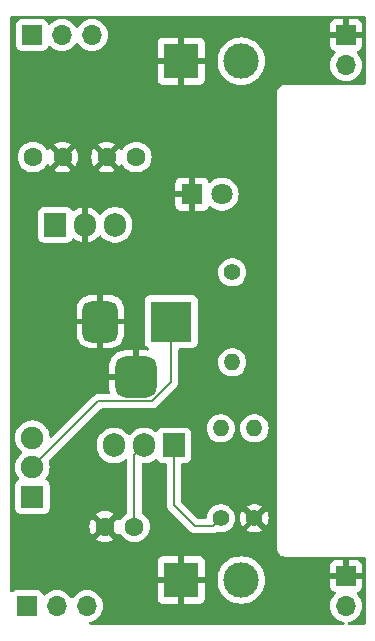
<source format=gbr>
%TF.GenerationSoftware,KiCad,Pcbnew,8.0.1-8.0.1-1~ubuntu22.04.1*%
%TF.CreationDate,2024-03-25T00:01:56-03:00*%
%TF.ProjectId,breadboard_power_supply,62726561-6462-46f6-9172-645f706f7765,rev?*%
%TF.SameCoordinates,Original*%
%TF.FileFunction,Copper,L2,Bot*%
%TF.FilePolarity,Positive*%
%FSLAX46Y46*%
G04 Gerber Fmt 4.6, Leading zero omitted, Abs format (unit mm)*
G04 Created by KiCad (PCBNEW 8.0.1-8.0.1-1~ubuntu22.04.1) date 2024-03-25 00:01:56*
%MOMM*%
%LPD*%
G01*
G04 APERTURE LIST*
G04 Aperture macros list*
%AMRoundRect*
0 Rectangle with rounded corners*
0 $1 Rounding radius*
0 $2 $3 $4 $5 $6 $7 $8 $9 X,Y pos of 4 corners*
0 Add a 4 corners polygon primitive as box body*
4,1,4,$2,$3,$4,$5,$6,$7,$8,$9,$2,$3,0*
0 Add four circle primitives for the rounded corners*
1,1,$1+$1,$2,$3*
1,1,$1+$1,$4,$5*
1,1,$1+$1,$6,$7*
1,1,$1+$1,$8,$9*
0 Add four rect primitives between the rounded corners*
20,1,$1+$1,$2,$3,$4,$5,0*
20,1,$1+$1,$4,$5,$6,$7,0*
20,1,$1+$1,$6,$7,$8,$9,0*
20,1,$1+$1,$8,$9,$2,$3,0*%
G04 Aperture macros list end*
%TA.AperFunction,ComponentPad*%
%ADD10R,1.905000X2.000000*%
%TD*%
%TA.AperFunction,ComponentPad*%
%ADD11O,1.905000X2.000000*%
%TD*%
%TA.AperFunction,ComponentPad*%
%ADD12R,1.900000X1.900000*%
%TD*%
%TA.AperFunction,ComponentPad*%
%ADD13C,1.900000*%
%TD*%
%TA.AperFunction,ComponentPad*%
%ADD14R,3.000000X3.000000*%
%TD*%
%TA.AperFunction,ComponentPad*%
%ADD15C,3.000000*%
%TD*%
%TA.AperFunction,ComponentPad*%
%ADD16C,1.600000*%
%TD*%
%TA.AperFunction,ComponentPad*%
%ADD17R,1.700000X1.700000*%
%TD*%
%TA.AperFunction,ComponentPad*%
%ADD18O,1.700000X1.700000*%
%TD*%
%TA.AperFunction,ComponentPad*%
%ADD19R,3.500000X3.500000*%
%TD*%
%TA.AperFunction,ComponentPad*%
%ADD20RoundRect,0.750000X-0.750000X-1.000000X0.750000X-1.000000X0.750000X1.000000X-0.750000X1.000000X0*%
%TD*%
%TA.AperFunction,ComponentPad*%
%ADD21RoundRect,0.875000X-0.875000X-0.875000X0.875000X-0.875000X0.875000X0.875000X-0.875000X0.875000X0*%
%TD*%
%TA.AperFunction,ComponentPad*%
%ADD22C,1.400000*%
%TD*%
%TA.AperFunction,ComponentPad*%
%ADD23O,1.400000X1.400000*%
%TD*%
%TA.AperFunction,ComponentPad*%
%ADD24R,1.800000X1.800000*%
%TD*%
%TA.AperFunction,ComponentPad*%
%ADD25C,1.800000*%
%TD*%
%TA.AperFunction,Conductor*%
%ADD26C,0.200000*%
%TD*%
G04 APERTURE END LIST*
D10*
%TO.P,U3,1,VI*%
%TO.N,/12v*%
X104648000Y-98348800D03*
D11*
%TO.P,U3,2,GND*%
%TO.N,GND*%
X107188000Y-98348800D03*
%TO.P,U3,3,VO*%
%TO.N,/5v*%
X109728000Y-98348800D03*
%TD*%
D12*
%TO.P,S1,1*%
%TO.N,/12v*%
X102717600Y-121361200D03*
D13*
%TO.P,S1,2*%
%TO.N,/PWR_IN*%
X102717600Y-118861200D03*
%TO.P,S1,3*%
%TO.N,unconnected-(S1-Pad3)*%
X102717600Y-116361200D03*
%TD*%
D14*
%TO.P,J5,1,Pin_1*%
%TO.N,GND*%
X115316000Y-128416800D03*
D15*
%TO.P,J5,2,Pin_2*%
%TO.N,/PWR_OUT_BOT*%
X120396000Y-128416800D03*
%TD*%
D16*
%TO.P,C3,1*%
%TO.N,/3v3*%
X111353600Y-123901200D03*
%TO.P,C3,2*%
%TO.N,GND*%
X108853600Y-123901200D03*
%TD*%
D17*
%TO.P,J4,1,Pin_1*%
%TO.N,/3v3*%
X102681800Y-82291000D03*
D18*
%TO.P,J4,2,Pin_2*%
%TO.N,/PWR_OUT_TOP*%
X105221800Y-82291000D03*
%TO.P,J4,3,Pin_3*%
%TO.N,/5v*%
X107761800Y-82291000D03*
%TD*%
D14*
%TO.P,J7,1,Pin_1*%
%TO.N,GND*%
X115316000Y-84491000D03*
D15*
%TO.P,J7,2,Pin_2*%
%TO.N,/PWR_OUT_TOP*%
X120396000Y-84491000D03*
%TD*%
D17*
%TO.P,J1,1,Pin_1*%
%TO.N,GND*%
X129286000Y-128066800D03*
D18*
%TO.P,J1,2,Pin_2*%
%TO.N,/PWR_OUT_BOT*%
X129286000Y-130606800D03*
%TD*%
D10*
%TO.P,U2,1,ADJ*%
%TO.N,Net-(U2-ADJ)*%
X114706400Y-117012600D03*
D11*
%TO.P,U2,2,VO*%
%TO.N,/3v3*%
X112166400Y-117012600D03*
%TO.P,U2,3,VI*%
%TO.N,/12v*%
X109626400Y-117012600D03*
%TD*%
D16*
%TO.P,C2,1*%
%TO.N,/5v*%
X111506000Y-92608400D03*
%TO.P,C2,2*%
%TO.N,GND*%
X109006000Y-92608400D03*
%TD*%
D17*
%TO.P,J3,1,Pin_1*%
%TO.N,/3v3*%
X102267600Y-130616800D03*
D18*
%TO.P,J3,2,Pin_2*%
%TO.N,/PWR_OUT_BOT*%
X104807600Y-130616800D03*
%TO.P,J3,3,Pin_3*%
%TO.N,/5v*%
X107347600Y-130616800D03*
%TD*%
D19*
%TO.P,J6,1*%
%TO.N,/PWR_IN*%
X114467600Y-106535300D03*
D20*
%TO.P,J6,2*%
%TO.N,GND*%
X108467600Y-106535300D03*
D21*
%TO.P,J6,3*%
X111467600Y-111235300D03*
%TD*%
D17*
%TO.P,J2,1,Pin_1*%
%TO.N,GND*%
X129286000Y-82291000D03*
D18*
%TO.P,J2,2,Pin_2*%
%TO.N,/PWR_OUT_TOP*%
X129286000Y-84831000D03*
%TD*%
D22*
%TO.P,R3,1*%
%TO.N,GND*%
X121513600Y-123190000D03*
D23*
%TO.P,R3,2*%
%TO.N,Net-(U2-ADJ)*%
X121513600Y-115570000D03*
%TD*%
D22*
%TO.P,R1,1*%
%TO.N,Net-(D1-A)*%
X119634000Y-102362000D03*
D23*
%TO.P,R1,2*%
%TO.N,/12v*%
X119634000Y-109982000D03*
%TD*%
D24*
%TO.P,D1,1,K*%
%TO.N,GND*%
X116230400Y-95758000D03*
D25*
%TO.P,D1,2,A*%
%TO.N,Net-(D1-A)*%
X118770400Y-95758000D03*
%TD*%
D22*
%TO.P,R2,1*%
%TO.N,Net-(U2-ADJ)*%
X118668800Y-123190000D03*
D23*
%TO.P,R2,2*%
%TO.N,/3v3*%
X118668800Y-115570000D03*
%TD*%
D16*
%TO.P,C1,1*%
%TO.N,/12v*%
X102768400Y-92608400D03*
%TO.P,C1,2*%
%TO.N,GND*%
X105268400Y-92608400D03*
%TD*%
D26*
%TO.N,/3v3*%
X111353600Y-117825400D02*
X112166400Y-117012600D01*
X111353600Y-123901200D02*
X111353600Y-117825400D01*
%TO.N,/PWR_IN*%
X114467600Y-111654298D02*
X114467600Y-106535300D01*
X102717600Y-118861200D02*
X108293500Y-113285300D01*
X112836598Y-113285300D02*
X114467600Y-111654298D01*
X108293500Y-113285300D02*
X112836598Y-113285300D01*
%TO.N,Net-(U2-ADJ)*%
X118668800Y-123190000D02*
X118018000Y-123840800D01*
X114706400Y-122072400D02*
X114706400Y-117012600D01*
X118018000Y-123840800D02*
X116474800Y-123840800D01*
X116474800Y-123840800D02*
X114706400Y-122072400D01*
%TD*%
%TA.AperFunction,Conductor*%
%TO.N,GND*%
G36*
X130862139Y-80682585D02*
G01*
X130907894Y-80735389D01*
X130919100Y-80786900D01*
X130919100Y-86345100D01*
X130899415Y-86412139D01*
X130846611Y-86457894D01*
X130795100Y-86469100D01*
X124080883Y-86469100D01*
X123935127Y-86498093D01*
X123935119Y-86498095D01*
X123797808Y-86554971D01*
X123674235Y-86637539D01*
X123674228Y-86637545D01*
X123569145Y-86742628D01*
X123569139Y-86742635D01*
X123486571Y-86866208D01*
X123429695Y-87003519D01*
X123429693Y-87003527D01*
X123400700Y-87149283D01*
X123400700Y-125753516D01*
X123429693Y-125899272D01*
X123429695Y-125899280D01*
X123486571Y-126036591D01*
X123569139Y-126160164D01*
X123569145Y-126160171D01*
X123674228Y-126265254D01*
X123674235Y-126265260D01*
X123797808Y-126347828D01*
X123797809Y-126347828D01*
X123797810Y-126347829D01*
X123935120Y-126404705D01*
X124070351Y-126431604D01*
X124080883Y-126433699D01*
X124080887Y-126433700D01*
X124080888Y-126433700D01*
X124089308Y-126433700D01*
X130795100Y-126433700D01*
X130862139Y-126453385D01*
X130907894Y-126506189D01*
X130919100Y-126557700D01*
X130919100Y-132065100D01*
X130899415Y-132132139D01*
X130846611Y-132177894D01*
X130795100Y-132189100D01*
X129535540Y-132189100D01*
X129468501Y-132169415D01*
X129422746Y-132116611D01*
X129412802Y-132047453D01*
X129441827Y-131983897D01*
X129500605Y-131946123D01*
X129516147Y-131943191D01*
X129516079Y-131942802D01*
X129521395Y-131941864D01*
X129521408Y-131941863D01*
X129749663Y-131880703D01*
X129963830Y-131780835D01*
X130157401Y-131645295D01*
X130324495Y-131478201D01*
X130460035Y-131284630D01*
X130559903Y-131070463D01*
X130621063Y-130842208D01*
X130641659Y-130606800D01*
X130621063Y-130371392D01*
X130562584Y-130153144D01*
X130559905Y-130143144D01*
X130559904Y-130143143D01*
X130559903Y-130143137D01*
X130460035Y-129928971D01*
X130324495Y-129735399D01*
X130202179Y-129613083D01*
X130168696Y-129551763D01*
X130173680Y-129482071D01*
X130215551Y-129426137D01*
X130246529Y-129409222D01*
X130378086Y-129360154D01*
X130378093Y-129360150D01*
X130493187Y-129273990D01*
X130493190Y-129273987D01*
X130579350Y-129158893D01*
X130579354Y-129158886D01*
X130629596Y-129024179D01*
X130629598Y-129024172D01*
X130635999Y-128964644D01*
X130636000Y-128964627D01*
X130636000Y-128316800D01*
X129719012Y-128316800D01*
X129751925Y-128259793D01*
X129786000Y-128132626D01*
X129786000Y-128000974D01*
X129751925Y-127873807D01*
X129719012Y-127816800D01*
X130636000Y-127816800D01*
X130636000Y-127168972D01*
X130635999Y-127168955D01*
X130629598Y-127109427D01*
X130629596Y-127109420D01*
X130579354Y-126974713D01*
X130579350Y-126974706D01*
X130493190Y-126859612D01*
X130493187Y-126859609D01*
X130378093Y-126773449D01*
X130378086Y-126773445D01*
X130243379Y-126723203D01*
X130243372Y-126723201D01*
X130183844Y-126716800D01*
X129536000Y-126716800D01*
X129536000Y-127633788D01*
X129478993Y-127600875D01*
X129351826Y-127566800D01*
X129220174Y-127566800D01*
X129093007Y-127600875D01*
X129036000Y-127633788D01*
X129036000Y-126716800D01*
X128388155Y-126716800D01*
X128328627Y-126723201D01*
X128328620Y-126723203D01*
X128193913Y-126773445D01*
X128193906Y-126773449D01*
X128078812Y-126859609D01*
X128078809Y-126859612D01*
X127992649Y-126974706D01*
X127992645Y-126974713D01*
X127942403Y-127109420D01*
X127942401Y-127109427D01*
X127936000Y-127168955D01*
X127936000Y-127816800D01*
X128852988Y-127816800D01*
X128820075Y-127873807D01*
X128786000Y-128000974D01*
X128786000Y-128132626D01*
X128820075Y-128259793D01*
X128852988Y-128316800D01*
X127936000Y-128316800D01*
X127936000Y-128964644D01*
X127942401Y-129024172D01*
X127942403Y-129024179D01*
X127992645Y-129158886D01*
X127992649Y-129158893D01*
X128078809Y-129273987D01*
X128078812Y-129273990D01*
X128193906Y-129360150D01*
X128193913Y-129360154D01*
X128325470Y-129409221D01*
X128381403Y-129451092D01*
X128405821Y-129516556D01*
X128390970Y-129584829D01*
X128369819Y-129613084D01*
X128247503Y-129735400D01*
X128111965Y-129928969D01*
X128111964Y-129928971D01*
X128012098Y-130143135D01*
X128012094Y-130143144D01*
X127950938Y-130371386D01*
X127950936Y-130371396D01*
X127930341Y-130606799D01*
X127930341Y-130606800D01*
X127950936Y-130842203D01*
X127950938Y-130842213D01*
X128012094Y-131070455D01*
X128012096Y-131070459D01*
X128012097Y-131070463D01*
X128111366Y-131283346D01*
X128111965Y-131284630D01*
X128111967Y-131284634D01*
X128220281Y-131439321D01*
X128247505Y-131478201D01*
X128414599Y-131645295D01*
X128428885Y-131655298D01*
X128608165Y-131780832D01*
X128608167Y-131780833D01*
X128608170Y-131780835D01*
X128822337Y-131880703D01*
X129050592Y-131941863D01*
X129050602Y-131941863D01*
X129055921Y-131942802D01*
X129055565Y-131944818D01*
X129112335Y-131967024D01*
X129153314Y-132023614D01*
X129157193Y-132093376D01*
X129122740Y-132154161D01*
X129060893Y-132186669D01*
X129036460Y-132189100D01*
X107639501Y-132189100D01*
X107572462Y-132169415D01*
X107526707Y-132116611D01*
X107516763Y-132047453D01*
X107545788Y-131983897D01*
X107604566Y-131946123D01*
X107607408Y-131945325D01*
X107811263Y-131890703D01*
X108025430Y-131790835D01*
X108219001Y-131655295D01*
X108386095Y-131488201D01*
X108521635Y-131294630D01*
X108621503Y-131080463D01*
X108682663Y-130852208D01*
X108703259Y-130616800D01*
X108682663Y-130381392D01*
X108623045Y-130158893D01*
X108621505Y-130153144D01*
X108621504Y-130153143D01*
X108621503Y-130153137D01*
X108533607Y-129964644D01*
X113316000Y-129964644D01*
X113322401Y-130024172D01*
X113322403Y-130024179D01*
X113372645Y-130158886D01*
X113372649Y-130158893D01*
X113458809Y-130273987D01*
X113458812Y-130273990D01*
X113573906Y-130360150D01*
X113573913Y-130360154D01*
X113708620Y-130410396D01*
X113708627Y-130410398D01*
X113768155Y-130416799D01*
X113768172Y-130416800D01*
X115066000Y-130416800D01*
X115066000Y-129135864D01*
X115094316Y-129147593D01*
X115241147Y-129176800D01*
X115390853Y-129176800D01*
X115537684Y-129147593D01*
X115566000Y-129135864D01*
X115566000Y-130416800D01*
X116863828Y-130416800D01*
X116863844Y-130416799D01*
X116923372Y-130410398D01*
X116923379Y-130410396D01*
X117058086Y-130360154D01*
X117058093Y-130360150D01*
X117173187Y-130273990D01*
X117173190Y-130273987D01*
X117259350Y-130158893D01*
X117259354Y-130158886D01*
X117309596Y-130024179D01*
X117309598Y-130024172D01*
X117315999Y-129964644D01*
X117316000Y-129964627D01*
X117316000Y-128666800D01*
X116035064Y-128666800D01*
X116046793Y-128638484D01*
X116076000Y-128491653D01*
X116076000Y-128416801D01*
X118390390Y-128416801D01*
X118410804Y-128702233D01*
X118471628Y-128981837D01*
X118471630Y-128981843D01*
X118471631Y-128981846D01*
X118544345Y-129176800D01*
X118571635Y-129249966D01*
X118708770Y-129501109D01*
X118708775Y-129501117D01*
X118880254Y-129730187D01*
X118880270Y-129730205D01*
X119082594Y-129932529D01*
X119082612Y-129932545D01*
X119311682Y-130104024D01*
X119311690Y-130104029D01*
X119562833Y-130241164D01*
X119562832Y-130241164D01*
X119562836Y-130241165D01*
X119562839Y-130241167D01*
X119830954Y-130341169D01*
X119830960Y-130341170D01*
X119830962Y-130341171D01*
X120110566Y-130401995D01*
X120110568Y-130401995D01*
X120110572Y-130401996D01*
X120364220Y-130420137D01*
X120395999Y-130422410D01*
X120396000Y-130422410D01*
X120396001Y-130422410D01*
X120424595Y-130420364D01*
X120681428Y-130401996D01*
X120776144Y-130381392D01*
X120961037Y-130341171D01*
X120961037Y-130341170D01*
X120961046Y-130341169D01*
X121229161Y-130241167D01*
X121480315Y-130104026D01*
X121709395Y-129932539D01*
X121911739Y-129730195D01*
X122083226Y-129501115D01*
X122220367Y-129249961D01*
X122320369Y-128981846D01*
X122381196Y-128702228D01*
X122401610Y-128416800D01*
X122381196Y-128131372D01*
X122325166Y-127873807D01*
X122320371Y-127851762D01*
X122320370Y-127851760D01*
X122320369Y-127851754D01*
X122220367Y-127583639D01*
X122083226Y-127332485D01*
X121960822Y-127168972D01*
X121911745Y-127103412D01*
X121911729Y-127103394D01*
X121709405Y-126901070D01*
X121709387Y-126901054D01*
X121480317Y-126729575D01*
X121480309Y-126729570D01*
X121229166Y-126592435D01*
X121229167Y-126592435D01*
X121121915Y-126552432D01*
X120961046Y-126492431D01*
X120961043Y-126492430D01*
X120961037Y-126492428D01*
X120681433Y-126431604D01*
X120396001Y-126411190D01*
X120395999Y-126411190D01*
X120110566Y-126431604D01*
X119830962Y-126492428D01*
X119562833Y-126592435D01*
X119311690Y-126729570D01*
X119311682Y-126729575D01*
X119082612Y-126901054D01*
X119082594Y-126901070D01*
X118880270Y-127103394D01*
X118880254Y-127103412D01*
X118708775Y-127332482D01*
X118708770Y-127332490D01*
X118571635Y-127583633D01*
X118471628Y-127851762D01*
X118410804Y-128131366D01*
X118390390Y-128416798D01*
X118390390Y-128416801D01*
X116076000Y-128416801D01*
X116076000Y-128341947D01*
X116046793Y-128195116D01*
X116035064Y-128166800D01*
X117316000Y-128166800D01*
X117316000Y-126868972D01*
X117315999Y-126868955D01*
X117309598Y-126809427D01*
X117309596Y-126809420D01*
X117259354Y-126674713D01*
X117259350Y-126674706D01*
X117173190Y-126559612D01*
X117173187Y-126559609D01*
X117058093Y-126473449D01*
X117058086Y-126473445D01*
X116923379Y-126423203D01*
X116923372Y-126423201D01*
X116863844Y-126416800D01*
X115566000Y-126416800D01*
X115566000Y-127697735D01*
X115537684Y-127686007D01*
X115390853Y-127656800D01*
X115241147Y-127656800D01*
X115094316Y-127686007D01*
X115066000Y-127697735D01*
X115066000Y-126416800D01*
X113768155Y-126416800D01*
X113708627Y-126423201D01*
X113708620Y-126423203D01*
X113573913Y-126473445D01*
X113573906Y-126473449D01*
X113458812Y-126559609D01*
X113458809Y-126559612D01*
X113372649Y-126674706D01*
X113372645Y-126674713D01*
X113322403Y-126809420D01*
X113322401Y-126809427D01*
X113316000Y-126868955D01*
X113316000Y-128166800D01*
X114596936Y-128166800D01*
X114585207Y-128195116D01*
X114556000Y-128341947D01*
X114556000Y-128491653D01*
X114585207Y-128638484D01*
X114596936Y-128666800D01*
X113316000Y-128666800D01*
X113316000Y-129964644D01*
X108533607Y-129964644D01*
X108521635Y-129938971D01*
X108517136Y-129932545D01*
X108386094Y-129745397D01*
X108219002Y-129578306D01*
X108218995Y-129578301D01*
X108204719Y-129568305D01*
X108142118Y-129524471D01*
X108025434Y-129442767D01*
X108025430Y-129442765D01*
X107971579Y-129417654D01*
X107811263Y-129342897D01*
X107811259Y-129342896D01*
X107811255Y-129342894D01*
X107583013Y-129281738D01*
X107583003Y-129281736D01*
X107347601Y-129261141D01*
X107347599Y-129261141D01*
X107112196Y-129281736D01*
X107112186Y-129281738D01*
X106883944Y-129342894D01*
X106883935Y-129342898D01*
X106669771Y-129442764D01*
X106669769Y-129442765D01*
X106476197Y-129578305D01*
X106309105Y-129745397D01*
X106179175Y-129930958D01*
X106124598Y-129974583D01*
X106055100Y-129981777D01*
X105992745Y-129950254D01*
X105976025Y-129930958D01*
X105846094Y-129745397D01*
X105679002Y-129578306D01*
X105678995Y-129578301D01*
X105664719Y-129568305D01*
X105602118Y-129524471D01*
X105485434Y-129442767D01*
X105485430Y-129442765D01*
X105431579Y-129417654D01*
X105271263Y-129342897D01*
X105271259Y-129342896D01*
X105271255Y-129342894D01*
X105043013Y-129281738D01*
X105043003Y-129281736D01*
X104807601Y-129261141D01*
X104807599Y-129261141D01*
X104572196Y-129281736D01*
X104572186Y-129281738D01*
X104343944Y-129342894D01*
X104343935Y-129342898D01*
X104129771Y-129442764D01*
X104129769Y-129442765D01*
X103936200Y-129578303D01*
X103814273Y-129700230D01*
X103752950Y-129733714D01*
X103683258Y-129728730D01*
X103627325Y-129686858D01*
X103610410Y-129655881D01*
X103561397Y-129524471D01*
X103561393Y-129524464D01*
X103475147Y-129409255D01*
X103475144Y-129409252D01*
X103359935Y-129323006D01*
X103359928Y-129323002D01*
X103225082Y-129272708D01*
X103225083Y-129272708D01*
X103165483Y-129266301D01*
X103165481Y-129266300D01*
X103165473Y-129266300D01*
X103165464Y-129266300D01*
X101369729Y-129266300D01*
X101369723Y-129266301D01*
X101310116Y-129272708D01*
X101175271Y-129323002D01*
X101175264Y-129323006D01*
X101060055Y-129409252D01*
X101053766Y-129417654D01*
X100997832Y-129459524D01*
X100928140Y-129464508D01*
X100866818Y-129431022D01*
X100833333Y-129369698D01*
X100830500Y-129343342D01*
X100830500Y-123901202D01*
X107548634Y-123901202D01*
X107568458Y-124127799D01*
X107568460Y-124127810D01*
X107627330Y-124347517D01*
X107627335Y-124347531D01*
X107723463Y-124553678D01*
X107774574Y-124626672D01*
X108453600Y-123947646D01*
X108453600Y-123953861D01*
X108480859Y-124055594D01*
X108533520Y-124146806D01*
X108607994Y-124221280D01*
X108699206Y-124273941D01*
X108800939Y-124301200D01*
X108807153Y-124301200D01*
X108128126Y-124980225D01*
X108201113Y-125031332D01*
X108201121Y-125031336D01*
X108407268Y-125127464D01*
X108407282Y-125127469D01*
X108626989Y-125186339D01*
X108627000Y-125186341D01*
X108853598Y-125206166D01*
X108853602Y-125206166D01*
X109080199Y-125186341D01*
X109080210Y-125186339D01*
X109299917Y-125127469D01*
X109299931Y-125127464D01*
X109506078Y-125031336D01*
X109579071Y-124980224D01*
X108900047Y-124301200D01*
X108906261Y-124301200D01*
X109007994Y-124273941D01*
X109099206Y-124221280D01*
X109173680Y-124146806D01*
X109226341Y-124055594D01*
X109253600Y-123953861D01*
X109253600Y-123947647D01*
X109932624Y-124626671D01*
X109983734Y-124553681D01*
X109990940Y-124538228D01*
X110037111Y-124485787D01*
X110104304Y-124466633D01*
X110171185Y-124486846D01*
X110215705Y-124538222D01*
X110223030Y-124553930D01*
X110223032Y-124553934D01*
X110353554Y-124740341D01*
X110514458Y-124901245D01*
X110514461Y-124901247D01*
X110700866Y-125031768D01*
X110907104Y-125127939D01*
X111126908Y-125186835D01*
X111288830Y-125201001D01*
X111353598Y-125206668D01*
X111353600Y-125206668D01*
X111353602Y-125206668D01*
X111410273Y-125201709D01*
X111580292Y-125186835D01*
X111800096Y-125127939D01*
X112006334Y-125031768D01*
X112192739Y-124901247D01*
X112353647Y-124740339D01*
X112484168Y-124553934D01*
X112580339Y-124347696D01*
X112639235Y-124127892D01*
X112659068Y-123901200D01*
X112639235Y-123674508D01*
X112580339Y-123454704D01*
X112484168Y-123248466D01*
X112353647Y-123062061D01*
X112353645Y-123062058D01*
X112192740Y-122901153D01*
X112006977Y-122771081D01*
X111963352Y-122716504D01*
X111954100Y-122669506D01*
X111954100Y-118637100D01*
X111973785Y-118570061D01*
X112026589Y-118524306D01*
X112078100Y-118513100D01*
X112280753Y-118513100D01*
X112280754Y-118513100D01*
X112506645Y-118477322D01*
X112506648Y-118477321D01*
X112506649Y-118477321D01*
X112724155Y-118406649D01*
X112724155Y-118406648D01*
X112724158Y-118406648D01*
X112927938Y-118302817D01*
X113110645Y-118170072D01*
X113176446Y-118146594D01*
X113244500Y-118162419D01*
X113293195Y-118212524D01*
X113299708Y-118227059D01*
X113310102Y-118254928D01*
X113310106Y-118254935D01*
X113396352Y-118370144D01*
X113396355Y-118370147D01*
X113511564Y-118456393D01*
X113511571Y-118456397D01*
X113556518Y-118473161D01*
X113646417Y-118506691D01*
X113706027Y-118513100D01*
X113981901Y-118513099D01*
X114048939Y-118532783D01*
X114094694Y-118585587D01*
X114105900Y-118637099D01*
X114105900Y-121985730D01*
X114105899Y-121985748D01*
X114105899Y-122151454D01*
X114105898Y-122151454D01*
X114146823Y-122304185D01*
X114175758Y-122354300D01*
X114175759Y-122354304D01*
X114175760Y-122354304D01*
X114225879Y-122441114D01*
X114225881Y-122441117D01*
X114344749Y-122559985D01*
X114344755Y-122559990D01*
X115989939Y-124205174D01*
X115989949Y-124205185D01*
X115994279Y-124209515D01*
X115994280Y-124209516D01*
X116106084Y-124321320D01*
X116155099Y-124349618D01*
X116192895Y-124371439D01*
X116192897Y-124371441D01*
X116225042Y-124390000D01*
X116243015Y-124400377D01*
X116395742Y-124441300D01*
X116395743Y-124441300D01*
X117931331Y-124441300D01*
X117931347Y-124441301D01*
X117938943Y-124441301D01*
X118097054Y-124441301D01*
X118097057Y-124441301D01*
X118249785Y-124400377D01*
X118298268Y-124372383D01*
X118366166Y-124355908D01*
X118383045Y-124357877D01*
X118557557Y-124390500D01*
X118557559Y-124390500D01*
X118780041Y-124390500D01*
X118780043Y-124390500D01*
X118998740Y-124349618D01*
X119206201Y-124269247D01*
X119323078Y-124196880D01*
X120860272Y-124196880D01*
X120976421Y-124268797D01*
X120976422Y-124268798D01*
X121183795Y-124349134D01*
X121402407Y-124390000D01*
X121624793Y-124390000D01*
X121843409Y-124349133D01*
X122050768Y-124268801D01*
X122050781Y-124268795D01*
X122166926Y-124196879D01*
X121513601Y-123543553D01*
X121513600Y-123543553D01*
X120860272Y-124196879D01*
X120860272Y-124196880D01*
X119323078Y-124196880D01*
X119395362Y-124152124D01*
X119559781Y-124002236D01*
X119693858Y-123824689D01*
X119793029Y-123625528D01*
X119853915Y-123411536D01*
X119874443Y-123190000D01*
X120308459Y-123190000D01*
X120328978Y-123411439D01*
X120389840Y-123625350D01*
X120488969Y-123824428D01*
X120504737Y-123845308D01*
X120504738Y-123845308D01*
X121113969Y-123236078D01*
X121163600Y-123236078D01*
X121187452Y-123325095D01*
X121233530Y-123404905D01*
X121298695Y-123470070D01*
X121378505Y-123516148D01*
X121467522Y-123540000D01*
X121559678Y-123540000D01*
X121648695Y-123516148D01*
X121728505Y-123470070D01*
X121793670Y-123404905D01*
X121839748Y-123325095D01*
X121863600Y-123236078D01*
X121863600Y-123190000D01*
X121867153Y-123190000D01*
X122522461Y-123845308D01*
X122538231Y-123824425D01*
X122538233Y-123824422D01*
X122637359Y-123625350D01*
X122698221Y-123411439D01*
X122718741Y-123190000D01*
X122718741Y-123189999D01*
X122698221Y-122968560D01*
X122637359Y-122754649D01*
X122538235Y-122555580D01*
X122538230Y-122555572D01*
X122522460Y-122534690D01*
X121867153Y-123189999D01*
X121867153Y-123190000D01*
X121863600Y-123190000D01*
X121863600Y-123143922D01*
X121839748Y-123054905D01*
X121793670Y-122975095D01*
X121728505Y-122909930D01*
X121648695Y-122863852D01*
X121559678Y-122840000D01*
X121467522Y-122840000D01*
X121378505Y-122863852D01*
X121298695Y-122909930D01*
X121233530Y-122975095D01*
X121187452Y-123054905D01*
X121163600Y-123143922D01*
X121163600Y-123236078D01*
X121113969Y-123236078D01*
X121160047Y-123190000D01*
X120504738Y-122534691D01*
X120504737Y-122534691D01*
X120488968Y-122555574D01*
X120389840Y-122754649D01*
X120328978Y-122968560D01*
X120308459Y-123189999D01*
X120308459Y-123190000D01*
X119874443Y-123190000D01*
X119853915Y-122968464D01*
X119793029Y-122754472D01*
X119788947Y-122746274D01*
X119693861Y-122555316D01*
X119693856Y-122555308D01*
X119559779Y-122377761D01*
X119395362Y-122227876D01*
X119395360Y-122227874D01*
X119323078Y-122183119D01*
X120860271Y-122183119D01*
X121513600Y-122836447D01*
X121513601Y-122836447D01*
X122166927Y-122183119D01*
X122050778Y-122111202D01*
X122050777Y-122111201D01*
X121843404Y-122030865D01*
X121624793Y-121990000D01*
X121402407Y-121990000D01*
X121183795Y-122030865D01*
X120976424Y-122111200D01*
X120976423Y-122111201D01*
X120860271Y-122183119D01*
X119323078Y-122183119D01*
X119206204Y-122110754D01*
X119206198Y-122110752D01*
X118998740Y-122030382D01*
X118780043Y-121989500D01*
X118557557Y-121989500D01*
X118338860Y-122030382D01*
X118207664Y-122081207D01*
X118131401Y-122110752D01*
X118131395Y-122110754D01*
X117942239Y-122227874D01*
X117942237Y-122227876D01*
X117777820Y-122377761D01*
X117643743Y-122555308D01*
X117643738Y-122555316D01*
X117544575Y-122754461D01*
X117544569Y-122754476D01*
X117483685Y-122968462D01*
X117483684Y-122968464D01*
X117468926Y-123127741D01*
X117443140Y-123192678D01*
X117386340Y-123233366D01*
X117345455Y-123240300D01*
X116774897Y-123240300D01*
X116707858Y-123220615D01*
X116687216Y-123203981D01*
X115343219Y-121859984D01*
X115309734Y-121798661D01*
X115306900Y-121772303D01*
X115306900Y-118637099D01*
X115326585Y-118570060D01*
X115379389Y-118524305D01*
X115430900Y-118513099D01*
X115706771Y-118513099D01*
X115706772Y-118513099D01*
X115766383Y-118506691D01*
X115901231Y-118456396D01*
X116016446Y-118370146D01*
X116102696Y-118254931D01*
X116152991Y-118120083D01*
X116159400Y-118060473D01*
X116159399Y-115964728D01*
X116152991Y-115905117D01*
X116146834Y-115888610D01*
X116102697Y-115770271D01*
X116102693Y-115770264D01*
X116016447Y-115655055D01*
X116016444Y-115655052D01*
X115902830Y-115570000D01*
X117463157Y-115570000D01*
X117483684Y-115791535D01*
X117483685Y-115791537D01*
X117544569Y-116005523D01*
X117544575Y-116005538D01*
X117643738Y-116204683D01*
X117643743Y-116204691D01*
X117777820Y-116382238D01*
X117942237Y-116532123D01*
X117942239Y-116532125D01*
X118131395Y-116649245D01*
X118131396Y-116649245D01*
X118131399Y-116649247D01*
X118338860Y-116729618D01*
X118557557Y-116770500D01*
X118557559Y-116770500D01*
X118780041Y-116770500D01*
X118780043Y-116770500D01*
X118998740Y-116729618D01*
X119206201Y-116649247D01*
X119395362Y-116532124D01*
X119559781Y-116382236D01*
X119693858Y-116204689D01*
X119793029Y-116005528D01*
X119853915Y-115791536D01*
X119874443Y-115570000D01*
X120307957Y-115570000D01*
X120328484Y-115791535D01*
X120328485Y-115791537D01*
X120389369Y-116005523D01*
X120389375Y-116005538D01*
X120488538Y-116204683D01*
X120488543Y-116204691D01*
X120622620Y-116382238D01*
X120787037Y-116532123D01*
X120787039Y-116532125D01*
X120976195Y-116649245D01*
X120976196Y-116649245D01*
X120976199Y-116649247D01*
X121183660Y-116729618D01*
X121402357Y-116770500D01*
X121402359Y-116770500D01*
X121624841Y-116770500D01*
X121624843Y-116770500D01*
X121843540Y-116729618D01*
X122051001Y-116649247D01*
X122240162Y-116532124D01*
X122404581Y-116382236D01*
X122538658Y-116204689D01*
X122637829Y-116005528D01*
X122698715Y-115791536D01*
X122719243Y-115570000D01*
X122698715Y-115348464D01*
X122637829Y-115134472D01*
X122637824Y-115134461D01*
X122538661Y-114935316D01*
X122538656Y-114935308D01*
X122404579Y-114757761D01*
X122240162Y-114607876D01*
X122240160Y-114607874D01*
X122051004Y-114490754D01*
X122050998Y-114490752D01*
X121843540Y-114410382D01*
X121624843Y-114369500D01*
X121402357Y-114369500D01*
X121183660Y-114410382D01*
X121052464Y-114461207D01*
X120976201Y-114490752D01*
X120976195Y-114490754D01*
X120787039Y-114607874D01*
X120787037Y-114607876D01*
X120622620Y-114757761D01*
X120488543Y-114935308D01*
X120488538Y-114935316D01*
X120389375Y-115134461D01*
X120389369Y-115134476D01*
X120328485Y-115348462D01*
X120328484Y-115348464D01*
X120307957Y-115569999D01*
X120307957Y-115570000D01*
X119874443Y-115570000D01*
X119853915Y-115348464D01*
X119793029Y-115134472D01*
X119793024Y-115134461D01*
X119693861Y-114935316D01*
X119693856Y-114935308D01*
X119559779Y-114757761D01*
X119395362Y-114607876D01*
X119395360Y-114607874D01*
X119206204Y-114490754D01*
X119206198Y-114490752D01*
X118998740Y-114410382D01*
X118780043Y-114369500D01*
X118557557Y-114369500D01*
X118338860Y-114410382D01*
X118207664Y-114461207D01*
X118131401Y-114490752D01*
X118131395Y-114490754D01*
X117942239Y-114607874D01*
X117942237Y-114607876D01*
X117777820Y-114757761D01*
X117643743Y-114935308D01*
X117643738Y-114935316D01*
X117544575Y-115134461D01*
X117544569Y-115134476D01*
X117483685Y-115348462D01*
X117483684Y-115348464D01*
X117463157Y-115569999D01*
X117463157Y-115570000D01*
X115902830Y-115570000D01*
X115901235Y-115568806D01*
X115901228Y-115568802D01*
X115766382Y-115518508D01*
X115766383Y-115518508D01*
X115706783Y-115512101D01*
X115706781Y-115512100D01*
X115706773Y-115512100D01*
X115706764Y-115512100D01*
X113706029Y-115512100D01*
X113706023Y-115512101D01*
X113646416Y-115518508D01*
X113511571Y-115568802D01*
X113511564Y-115568806D01*
X113396355Y-115655052D01*
X113396352Y-115655055D01*
X113310106Y-115770264D01*
X113310103Y-115770270D01*
X113299708Y-115798141D01*
X113257836Y-115854074D01*
X113192372Y-115878491D01*
X113124099Y-115863639D01*
X113110650Y-115855131D01*
X112927938Y-115722383D01*
X112822128Y-115668470D01*
X112724155Y-115618550D01*
X112506648Y-115547878D01*
X112321212Y-115518508D01*
X112280754Y-115512100D01*
X112052046Y-115512100D01*
X112011588Y-115518508D01*
X111826153Y-115547878D01*
X111826150Y-115547878D01*
X111608644Y-115618550D01*
X111404861Y-115722383D01*
X111338951Y-115770270D01*
X111219834Y-115856814D01*
X111219832Y-115856816D01*
X111219831Y-115856816D01*
X111058115Y-116018532D01*
X110996718Y-116103038D01*
X110941387Y-116145703D01*
X110871774Y-116151682D01*
X110809979Y-116119076D01*
X110796082Y-116103038D01*
X110785173Y-116088023D01*
X110734686Y-116018534D01*
X110572966Y-115856814D01*
X110387938Y-115722383D01*
X110282128Y-115668470D01*
X110184155Y-115618550D01*
X109966648Y-115547878D01*
X109781212Y-115518508D01*
X109740754Y-115512100D01*
X109512046Y-115512100D01*
X109471588Y-115518508D01*
X109286153Y-115547878D01*
X109286150Y-115547878D01*
X109068644Y-115618550D01*
X108864861Y-115722383D01*
X108798951Y-115770270D01*
X108679834Y-115856814D01*
X108679832Y-115856816D01*
X108679831Y-115856816D01*
X108518116Y-116018531D01*
X108518116Y-116018532D01*
X108518114Y-116018534D01*
X108460380Y-116097996D01*
X108383683Y-116203561D01*
X108279850Y-116407344D01*
X108209178Y-116624850D01*
X108209178Y-116624853D01*
X108173400Y-116850746D01*
X108173400Y-117174453D01*
X108209178Y-117400346D01*
X108209178Y-117400349D01*
X108279850Y-117617855D01*
X108367753Y-117790374D01*
X108383683Y-117821638D01*
X108518114Y-118006666D01*
X108679834Y-118168386D01*
X108864862Y-118302817D01*
X109068642Y-118406648D01*
X109068644Y-118406649D01*
X109286151Y-118477321D01*
X109286152Y-118477321D01*
X109286155Y-118477322D01*
X109512046Y-118513100D01*
X109512047Y-118513100D01*
X109740753Y-118513100D01*
X109740754Y-118513100D01*
X109966645Y-118477322D01*
X109966648Y-118477321D01*
X109966649Y-118477321D01*
X110184155Y-118406649D01*
X110184155Y-118406648D01*
X110184158Y-118406648D01*
X110387938Y-118302817D01*
X110556216Y-118180554D01*
X110622020Y-118157076D01*
X110690074Y-118172901D01*
X110738769Y-118223007D01*
X110753100Y-118280874D01*
X110753100Y-122669506D01*
X110733415Y-122736545D01*
X110700223Y-122771081D01*
X110514459Y-122901153D01*
X110353554Y-123062058D01*
X110223032Y-123248465D01*
X110223029Y-123248470D01*
X110215704Y-123264179D01*
X110169529Y-123316617D01*
X110102335Y-123335766D01*
X110035455Y-123315547D01*
X109990941Y-123264173D01*
X109983733Y-123248715D01*
X109983732Y-123248713D01*
X109932625Y-123175726D01*
X109253600Y-123854751D01*
X109253600Y-123848539D01*
X109226341Y-123746806D01*
X109173680Y-123655594D01*
X109099206Y-123581120D01*
X109007994Y-123528459D01*
X108906261Y-123501200D01*
X108900048Y-123501200D01*
X109579072Y-122822174D01*
X109506078Y-122771063D01*
X109299931Y-122674935D01*
X109299917Y-122674930D01*
X109080210Y-122616060D01*
X109080199Y-122616058D01*
X108853602Y-122596234D01*
X108853598Y-122596234D01*
X108627000Y-122616058D01*
X108626989Y-122616060D01*
X108407282Y-122674930D01*
X108407273Y-122674934D01*
X108201116Y-122771066D01*
X108201112Y-122771068D01*
X108128126Y-122822173D01*
X108128126Y-122822174D01*
X108807153Y-123501200D01*
X108800939Y-123501200D01*
X108699206Y-123528459D01*
X108607994Y-123581120D01*
X108533520Y-123655594D01*
X108480859Y-123746806D01*
X108453600Y-123848539D01*
X108453600Y-123854752D01*
X107774574Y-123175726D01*
X107774573Y-123175726D01*
X107723468Y-123248712D01*
X107723466Y-123248716D01*
X107627334Y-123454873D01*
X107627330Y-123454882D01*
X107568460Y-123674589D01*
X107568458Y-123674600D01*
X107548634Y-123901197D01*
X107548634Y-123901202D01*
X100830500Y-123901202D01*
X100830500Y-118861205D01*
X101262129Y-118861205D01*
X101281979Y-119100759D01*
X101340989Y-119333789D01*
X101437551Y-119553929D01*
X101569027Y-119755166D01*
X101569030Y-119755170D01*
X101578358Y-119765303D01*
X101609279Y-119827958D01*
X101601418Y-119897384D01*
X101557270Y-119951539D01*
X101530463Y-119965466D01*
X101525272Y-119967402D01*
X101525264Y-119967406D01*
X101410055Y-120053652D01*
X101410052Y-120053655D01*
X101323806Y-120168864D01*
X101323802Y-120168871D01*
X101273508Y-120303717D01*
X101267101Y-120363316D01*
X101267101Y-120363323D01*
X101267100Y-120363335D01*
X101267100Y-122359070D01*
X101267101Y-122359076D01*
X101273508Y-122418683D01*
X101323802Y-122553528D01*
X101323806Y-122553535D01*
X101410052Y-122668744D01*
X101410055Y-122668747D01*
X101525264Y-122754993D01*
X101525271Y-122754997D01*
X101660117Y-122805291D01*
X101660116Y-122805291D01*
X101667044Y-122806035D01*
X101719727Y-122811700D01*
X103715472Y-122811699D01*
X103775083Y-122805291D01*
X103909931Y-122754996D01*
X104025146Y-122668746D01*
X104111396Y-122553531D01*
X104161691Y-122418683D01*
X104168100Y-122359073D01*
X104168099Y-120363328D01*
X104161691Y-120303717D01*
X104111396Y-120168869D01*
X104111395Y-120168868D01*
X104111393Y-120168864D01*
X104025147Y-120053655D01*
X104025144Y-120053652D01*
X103909935Y-119967406D01*
X103909930Y-119967403D01*
X103904738Y-119965467D01*
X103848805Y-119923595D01*
X103824388Y-119858131D01*
X103839240Y-119789858D01*
X103856841Y-119765303D01*
X103866171Y-119755169D01*
X103997649Y-119553928D01*
X104094210Y-119333791D01*
X104153220Y-119100763D01*
X104173071Y-118861200D01*
X104153220Y-118621637D01*
X104100435Y-118413191D01*
X104103060Y-118343374D01*
X104132958Y-118295075D01*
X108505916Y-113922119D01*
X108567239Y-113888634D01*
X108593597Y-113885800D01*
X112749929Y-113885800D01*
X112749945Y-113885801D01*
X112757541Y-113885801D01*
X112915652Y-113885801D01*
X112915655Y-113885801D01*
X113068383Y-113844877D01*
X113118502Y-113815939D01*
X113205314Y-113765820D01*
X113317118Y-113654016D01*
X113317118Y-113654014D01*
X113327326Y-113643807D01*
X113327328Y-113643804D01*
X114836313Y-112134819D01*
X114836316Y-112134818D01*
X114948120Y-112023014D01*
X114998239Y-111936202D01*
X115027177Y-111886083D01*
X115068100Y-111733355D01*
X115068100Y-111575241D01*
X115068100Y-109982000D01*
X118428357Y-109982000D01*
X118448884Y-110203535D01*
X118448885Y-110203537D01*
X118509769Y-110417523D01*
X118509775Y-110417538D01*
X118608938Y-110616683D01*
X118608943Y-110616691D01*
X118743020Y-110794238D01*
X118907437Y-110944123D01*
X118907439Y-110944125D01*
X119096595Y-111061245D01*
X119096596Y-111061245D01*
X119096599Y-111061247D01*
X119304060Y-111141618D01*
X119522757Y-111182500D01*
X119522759Y-111182500D01*
X119745241Y-111182500D01*
X119745243Y-111182500D01*
X119963940Y-111141618D01*
X120171401Y-111061247D01*
X120360562Y-110944124D01*
X120524981Y-110794236D01*
X120659058Y-110616689D01*
X120758229Y-110417528D01*
X120819115Y-110203536D01*
X120839643Y-109982000D01*
X120836547Y-109948593D01*
X120819115Y-109760464D01*
X120819114Y-109760462D01*
X120758230Y-109546476D01*
X120758229Y-109546472D01*
X120677582Y-109384511D01*
X120659061Y-109347316D01*
X120659056Y-109347308D01*
X120524979Y-109169761D01*
X120360562Y-109019876D01*
X120360560Y-109019874D01*
X120171404Y-108902754D01*
X120171398Y-108902752D01*
X119963940Y-108822382D01*
X119745243Y-108781500D01*
X119522757Y-108781500D01*
X119304060Y-108822382D01*
X119172864Y-108873207D01*
X119096601Y-108902752D01*
X119096595Y-108902754D01*
X118907439Y-109019874D01*
X118907437Y-109019876D01*
X118743020Y-109169761D01*
X118608943Y-109347308D01*
X118608938Y-109347316D01*
X118509775Y-109546461D01*
X118509769Y-109546476D01*
X118448885Y-109760462D01*
X118448884Y-109760464D01*
X118428357Y-109981999D01*
X118428357Y-109982000D01*
X115068100Y-109982000D01*
X115068100Y-108909799D01*
X115087785Y-108842760D01*
X115140589Y-108797005D01*
X115192100Y-108785799D01*
X116265471Y-108785799D01*
X116265472Y-108785799D01*
X116325083Y-108779391D01*
X116459931Y-108729096D01*
X116575146Y-108642846D01*
X116661396Y-108527631D01*
X116711691Y-108392783D01*
X116718100Y-108333173D01*
X116718099Y-104737428D01*
X116711691Y-104677817D01*
X116672171Y-104571859D01*
X116661397Y-104542971D01*
X116661393Y-104542964D01*
X116575147Y-104427755D01*
X116575144Y-104427752D01*
X116459935Y-104341506D01*
X116459928Y-104341502D01*
X116325082Y-104291208D01*
X116325083Y-104291208D01*
X116265483Y-104284801D01*
X116265481Y-104284800D01*
X116265473Y-104284800D01*
X116265464Y-104284800D01*
X112669729Y-104284800D01*
X112669723Y-104284801D01*
X112610116Y-104291208D01*
X112475271Y-104341502D01*
X112475264Y-104341506D01*
X112360055Y-104427752D01*
X112360052Y-104427755D01*
X112273806Y-104542964D01*
X112273802Y-104542971D01*
X112223508Y-104677817D01*
X112217101Y-104737416D01*
X112217101Y-104737423D01*
X112217100Y-104737435D01*
X112217100Y-108333170D01*
X112217101Y-108333176D01*
X112223508Y-108392783D01*
X112273802Y-108527628D01*
X112273806Y-108527635D01*
X112360052Y-108642844D01*
X112360055Y-108642847D01*
X112475264Y-108729093D01*
X112475273Y-108729098D01*
X112524106Y-108747311D01*
X112580040Y-108789181D01*
X112604458Y-108854645D01*
X112589607Y-108922918D01*
X112540203Y-108972324D01*
X112474198Y-108987318D01*
X112436225Y-108985301D01*
X112436179Y-108985300D01*
X111717600Y-108985300D01*
X111717600Y-110735300D01*
X111217600Y-110735300D01*
X111217600Y-108985300D01*
X110499023Y-108985300D01*
X110499011Y-108985301D01*
X110446408Y-108988094D01*
X110216612Y-109032537D01*
X109997624Y-109115179D01*
X109795758Y-109233639D01*
X109795751Y-109233644D01*
X109616813Y-109384511D01*
X109616811Y-109384513D01*
X109465944Y-109563451D01*
X109465939Y-109563458D01*
X109347479Y-109765324D01*
X109264837Y-109984312D01*
X109220394Y-110214108D01*
X109220394Y-110214109D01*
X109217601Y-110266682D01*
X109217600Y-110266721D01*
X109217600Y-110985300D01*
X110034588Y-110985300D01*
X110001675Y-111042307D01*
X109967600Y-111169474D01*
X109967600Y-111301126D01*
X110001675Y-111428293D01*
X110034588Y-111485300D01*
X109217601Y-111485300D01*
X109217601Y-112203888D01*
X109220394Y-112256491D01*
X109264838Y-112486293D01*
X109276434Y-112517018D01*
X109281688Y-112586689D01*
X109248441Y-112648142D01*
X109187247Y-112681863D01*
X109160421Y-112684800D01*
X108214440Y-112684800D01*
X108173519Y-112695764D01*
X108173519Y-112695765D01*
X108136251Y-112705751D01*
X108061714Y-112725723D01*
X108061709Y-112725726D01*
X107924790Y-112804775D01*
X107924782Y-112804781D01*
X107812978Y-112916586D01*
X104377180Y-116352383D01*
X104315857Y-116385868D01*
X104246165Y-116380884D01*
X104190232Y-116339012D01*
X104165923Y-116274945D01*
X104153220Y-116121637D01*
X104094210Y-115888609D01*
X103997649Y-115668472D01*
X103965034Y-115618552D01*
X103895486Y-115512101D01*
X103866171Y-115467231D01*
X103703364Y-115290375D01*
X103703359Y-115290371D01*
X103703357Y-115290369D01*
X103513675Y-115142733D01*
X103513669Y-115142729D01*
X103302257Y-115028318D01*
X103302252Y-115028316D01*
X103074900Y-114950266D01*
X102897068Y-114920591D01*
X102837792Y-114910700D01*
X102597408Y-114910700D01*
X102549987Y-114918613D01*
X102360299Y-114950266D01*
X102132947Y-115028316D01*
X102132942Y-115028318D01*
X101921530Y-115142729D01*
X101921524Y-115142733D01*
X101731842Y-115290369D01*
X101731839Y-115290372D01*
X101569030Y-115467229D01*
X101569027Y-115467233D01*
X101437551Y-115668470D01*
X101340989Y-115888610D01*
X101281979Y-116121640D01*
X101262129Y-116361194D01*
X101262129Y-116361205D01*
X101281979Y-116600759D01*
X101340989Y-116833789D01*
X101437551Y-117053929D01*
X101516294Y-117174453D01*
X101569029Y-117255169D01*
X101731836Y-117432025D01*
X101836318Y-117513347D01*
X101877131Y-117570057D01*
X101880806Y-117639830D01*
X101846175Y-117700513D01*
X101836324Y-117709048D01*
X101761894Y-117766979D01*
X101731837Y-117790374D01*
X101569030Y-117967229D01*
X101569027Y-117967233D01*
X101437551Y-118168470D01*
X101340989Y-118388610D01*
X101281979Y-118621640D01*
X101262129Y-118861194D01*
X101262129Y-118861205D01*
X100830500Y-118861205D01*
X100830500Y-106285300D01*
X106467600Y-106285300D01*
X107967600Y-106285300D01*
X107967600Y-106785300D01*
X106467601Y-106785300D01*
X106467601Y-107599497D01*
X106478000Y-107731632D01*
X106532977Y-107949819D01*
X106626028Y-108154674D01*
X106626031Y-108154680D01*
X106754159Y-108339623D01*
X106754169Y-108339635D01*
X106913264Y-108498730D01*
X106913276Y-108498740D01*
X107098219Y-108626868D01*
X107098225Y-108626871D01*
X107303080Y-108719922D01*
X107521267Y-108774899D01*
X107653410Y-108785299D01*
X108217599Y-108785299D01*
X108217600Y-108785298D01*
X108217600Y-107968312D01*
X108274607Y-108001225D01*
X108401774Y-108035300D01*
X108533426Y-108035300D01*
X108660593Y-108001225D01*
X108717600Y-107968312D01*
X108717600Y-108785299D01*
X109281782Y-108785299D01*
X109281797Y-108785298D01*
X109413932Y-108774899D01*
X109632119Y-108719922D01*
X109836974Y-108626871D01*
X109836980Y-108626868D01*
X110021923Y-108498740D01*
X110021935Y-108498730D01*
X110181030Y-108339635D01*
X110181040Y-108339623D01*
X110309168Y-108154680D01*
X110309171Y-108154674D01*
X110402222Y-107949819D01*
X110457199Y-107731632D01*
X110467599Y-107599496D01*
X110467600Y-107599484D01*
X110467600Y-106785300D01*
X108967600Y-106785300D01*
X108967600Y-106285300D01*
X110467599Y-106285300D01*
X110467599Y-105471117D01*
X110467598Y-105471102D01*
X110457199Y-105338967D01*
X110402222Y-105120780D01*
X110309171Y-104915925D01*
X110309168Y-104915919D01*
X110181040Y-104730976D01*
X110181030Y-104730964D01*
X110021935Y-104571869D01*
X110021923Y-104571859D01*
X109836980Y-104443731D01*
X109836974Y-104443728D01*
X109632119Y-104350677D01*
X109413932Y-104295700D01*
X109281796Y-104285300D01*
X108717600Y-104285300D01*
X108717600Y-105102288D01*
X108660593Y-105069375D01*
X108533426Y-105035300D01*
X108401774Y-105035300D01*
X108274607Y-105069375D01*
X108217600Y-105102288D01*
X108217600Y-104285300D01*
X107653417Y-104285300D01*
X107653402Y-104285301D01*
X107521267Y-104295700D01*
X107303080Y-104350677D01*
X107098225Y-104443728D01*
X107098219Y-104443731D01*
X106913276Y-104571859D01*
X106913264Y-104571869D01*
X106754169Y-104730964D01*
X106754159Y-104730976D01*
X106626031Y-104915919D01*
X106626028Y-104915925D01*
X106532977Y-105120780D01*
X106478000Y-105338967D01*
X106467600Y-105471103D01*
X106467600Y-106285300D01*
X100830500Y-106285300D01*
X100830500Y-102362000D01*
X118428357Y-102362000D01*
X118448884Y-102583535D01*
X118448885Y-102583537D01*
X118509769Y-102797523D01*
X118509775Y-102797538D01*
X118608938Y-102996683D01*
X118608943Y-102996691D01*
X118743020Y-103174238D01*
X118907437Y-103324123D01*
X118907439Y-103324125D01*
X119096595Y-103441245D01*
X119096596Y-103441245D01*
X119096599Y-103441247D01*
X119304060Y-103521618D01*
X119522757Y-103562500D01*
X119522759Y-103562500D01*
X119745241Y-103562500D01*
X119745243Y-103562500D01*
X119963940Y-103521618D01*
X120171401Y-103441247D01*
X120360562Y-103324124D01*
X120524981Y-103174236D01*
X120659058Y-102996689D01*
X120758229Y-102797528D01*
X120819115Y-102583536D01*
X120839643Y-102362000D01*
X120819115Y-102140464D01*
X120758229Y-101926472D01*
X120758224Y-101926461D01*
X120659061Y-101727316D01*
X120659056Y-101727308D01*
X120524979Y-101549761D01*
X120360562Y-101399876D01*
X120360560Y-101399874D01*
X120171404Y-101282754D01*
X120171398Y-101282752D01*
X119963940Y-101202382D01*
X119745243Y-101161500D01*
X119522757Y-101161500D01*
X119304060Y-101202382D01*
X119172864Y-101253207D01*
X119096601Y-101282752D01*
X119096595Y-101282754D01*
X118907439Y-101399874D01*
X118907437Y-101399876D01*
X118743020Y-101549761D01*
X118608943Y-101727308D01*
X118608938Y-101727316D01*
X118509775Y-101926461D01*
X118509769Y-101926476D01*
X118448885Y-102140462D01*
X118448884Y-102140464D01*
X118428357Y-102361999D01*
X118428357Y-102362000D01*
X100830500Y-102362000D01*
X100830500Y-99396670D01*
X103195000Y-99396670D01*
X103195001Y-99396676D01*
X103201408Y-99456283D01*
X103251702Y-99591128D01*
X103251706Y-99591135D01*
X103337952Y-99706344D01*
X103337955Y-99706347D01*
X103453164Y-99792593D01*
X103453171Y-99792597D01*
X103588017Y-99842891D01*
X103588016Y-99842891D01*
X103594944Y-99843635D01*
X103647627Y-99849300D01*
X105648372Y-99849299D01*
X105707983Y-99842891D01*
X105842831Y-99792596D01*
X105958046Y-99706346D01*
X106044296Y-99591131D01*
X106054872Y-99562774D01*
X106096740Y-99506841D01*
X106162204Y-99482422D01*
X106230477Y-99497272D01*
X106243940Y-99505788D01*
X106426723Y-99638588D01*
X106630429Y-99742382D01*
X106847871Y-99813034D01*
X106938000Y-99827309D01*
X106938000Y-98839547D01*
X106975708Y-98861318D01*
X107115591Y-98898800D01*
X107260409Y-98898800D01*
X107400292Y-98861318D01*
X107438000Y-98839547D01*
X107438000Y-99827308D01*
X107528128Y-99813034D01*
X107745570Y-99742382D01*
X107949276Y-99638588D01*
X108134242Y-99504202D01*
X108295905Y-99342539D01*
X108357371Y-99257937D01*
X108412701Y-99215270D01*
X108482314Y-99209291D01*
X108544109Y-99241896D01*
X108558007Y-99257934D01*
X108619714Y-99342866D01*
X108781434Y-99504586D01*
X108966462Y-99639017D01*
X109098599Y-99706344D01*
X109170244Y-99742849D01*
X109387751Y-99813521D01*
X109387752Y-99813521D01*
X109387755Y-99813522D01*
X109613646Y-99849300D01*
X109613647Y-99849300D01*
X109842353Y-99849300D01*
X109842354Y-99849300D01*
X110068245Y-99813522D01*
X110068248Y-99813521D01*
X110068249Y-99813521D01*
X110285755Y-99742849D01*
X110285755Y-99742848D01*
X110285758Y-99742848D01*
X110489538Y-99639017D01*
X110674566Y-99504586D01*
X110836286Y-99342866D01*
X110970717Y-99157838D01*
X111074548Y-98954058D01*
X111145222Y-98736545D01*
X111181000Y-98510654D01*
X111181000Y-98186946D01*
X111145222Y-97961055D01*
X111145221Y-97961051D01*
X111145221Y-97961050D01*
X111074549Y-97743544D01*
X110970716Y-97539761D01*
X110933333Y-97488308D01*
X110836286Y-97354734D01*
X110674566Y-97193014D01*
X110489538Y-97058583D01*
X110462752Y-97044935D01*
X110285755Y-96954750D01*
X110068248Y-96884078D01*
X109882812Y-96854708D01*
X109842354Y-96848300D01*
X109613646Y-96848300D01*
X109573188Y-96854708D01*
X109387753Y-96884078D01*
X109387750Y-96884078D01*
X109170244Y-96954750D01*
X108966461Y-97058583D01*
X108900550Y-97106471D01*
X108781434Y-97193014D01*
X108781432Y-97193016D01*
X108781431Y-97193016D01*
X108619716Y-97354731D01*
X108619709Y-97354740D01*
X108558007Y-97439664D01*
X108502677Y-97482330D01*
X108433063Y-97488308D01*
X108371269Y-97455701D01*
X108357372Y-97439663D01*
X108295907Y-97355063D01*
X108295902Y-97355057D01*
X108134242Y-97193397D01*
X107949276Y-97059011D01*
X107745568Y-96955217D01*
X107528124Y-96884565D01*
X107438000Y-96870290D01*
X107438000Y-97858052D01*
X107400292Y-97836282D01*
X107260409Y-97798800D01*
X107115591Y-97798800D01*
X106975708Y-97836282D01*
X106938000Y-97858052D01*
X106938000Y-96870290D01*
X106937999Y-96870290D01*
X106847875Y-96884565D01*
X106630431Y-96955217D01*
X106426719Y-97059013D01*
X106243939Y-97191810D01*
X106178132Y-97215290D01*
X106110079Y-97199464D01*
X106061384Y-97149358D01*
X106054875Y-97134833D01*
X106044296Y-97106469D01*
X106044295Y-97106467D01*
X106044293Y-97106464D01*
X105958047Y-96991255D01*
X105958044Y-96991252D01*
X105842835Y-96905006D01*
X105842828Y-96905002D01*
X105707982Y-96854708D01*
X105707983Y-96854708D01*
X105648383Y-96848301D01*
X105648381Y-96848300D01*
X105648373Y-96848300D01*
X105648364Y-96848300D01*
X103647629Y-96848300D01*
X103647623Y-96848301D01*
X103588016Y-96854708D01*
X103453171Y-96905002D01*
X103453164Y-96905006D01*
X103337955Y-96991252D01*
X103337952Y-96991255D01*
X103251706Y-97106464D01*
X103251702Y-97106471D01*
X103201408Y-97241317D01*
X103195001Y-97300916D01*
X103195000Y-97300935D01*
X103195000Y-99396670D01*
X100830500Y-99396670D01*
X100830500Y-96705844D01*
X114830400Y-96705844D01*
X114836801Y-96765372D01*
X114836803Y-96765379D01*
X114887045Y-96900086D01*
X114887049Y-96900093D01*
X114973209Y-97015187D01*
X114973212Y-97015190D01*
X115088306Y-97101350D01*
X115088313Y-97101354D01*
X115223020Y-97151596D01*
X115223027Y-97151598D01*
X115282555Y-97157999D01*
X115282572Y-97158000D01*
X115980400Y-97158000D01*
X115980400Y-96133277D01*
X116056706Y-96177333D01*
X116171156Y-96208000D01*
X116289644Y-96208000D01*
X116404094Y-96177333D01*
X116480400Y-96133277D01*
X116480400Y-97158000D01*
X117178228Y-97158000D01*
X117178244Y-97157999D01*
X117237772Y-97151598D01*
X117237779Y-97151596D01*
X117372486Y-97101354D01*
X117372493Y-97101350D01*
X117487587Y-97015190D01*
X117487590Y-97015187D01*
X117573750Y-96900093D01*
X117573755Y-96900084D01*
X117602475Y-96823081D01*
X117644345Y-96767147D01*
X117709809Y-96742729D01*
X117778082Y-96757580D01*
X117809884Y-96782428D01*
X117818616Y-96791913D01*
X117818619Y-96791915D01*
X117818622Y-96791918D01*
X118001765Y-96934464D01*
X118001771Y-96934468D01*
X118001774Y-96934470D01*
X118205897Y-97044936D01*
X118319887Y-97084068D01*
X118425415Y-97120297D01*
X118425417Y-97120297D01*
X118425419Y-97120298D01*
X118654351Y-97158500D01*
X118654352Y-97158500D01*
X118886448Y-97158500D01*
X118886449Y-97158500D01*
X119115381Y-97120298D01*
X119334903Y-97044936D01*
X119539026Y-96934470D01*
X119722184Y-96791913D01*
X119879379Y-96621153D01*
X120006324Y-96426849D01*
X120099557Y-96214300D01*
X120156534Y-95989305D01*
X120175700Y-95758000D01*
X120175700Y-95757993D01*
X120156535Y-95526702D01*
X120156533Y-95526691D01*
X120099557Y-95301699D01*
X120006324Y-95089151D01*
X119879383Y-94894852D01*
X119879380Y-94894849D01*
X119879379Y-94894847D01*
X119722184Y-94724087D01*
X119722179Y-94724083D01*
X119722177Y-94724081D01*
X119539034Y-94581535D01*
X119539028Y-94581531D01*
X119334904Y-94471064D01*
X119334895Y-94471061D01*
X119115384Y-94395702D01*
X118927804Y-94364401D01*
X118886449Y-94357500D01*
X118654351Y-94357500D01*
X118612996Y-94364401D01*
X118425415Y-94395702D01*
X118205904Y-94471061D01*
X118205895Y-94471064D01*
X118001771Y-94581531D01*
X118001765Y-94581535D01*
X117818622Y-94724081D01*
X117818615Y-94724087D01*
X117809884Y-94733572D01*
X117749995Y-94769561D01*
X117680157Y-94767458D01*
X117622543Y-94727932D01*
X117602475Y-94692918D01*
X117573755Y-94615915D01*
X117573750Y-94615906D01*
X117487590Y-94500812D01*
X117487587Y-94500809D01*
X117372493Y-94414649D01*
X117372486Y-94414645D01*
X117237779Y-94364403D01*
X117237772Y-94364401D01*
X117178244Y-94358000D01*
X116480400Y-94358000D01*
X116480400Y-95382722D01*
X116404094Y-95338667D01*
X116289644Y-95308000D01*
X116171156Y-95308000D01*
X116056706Y-95338667D01*
X115980400Y-95382722D01*
X115980400Y-94358000D01*
X115282555Y-94358000D01*
X115223027Y-94364401D01*
X115223020Y-94364403D01*
X115088313Y-94414645D01*
X115088306Y-94414649D01*
X114973212Y-94500809D01*
X114973209Y-94500812D01*
X114887049Y-94615906D01*
X114887045Y-94615913D01*
X114836803Y-94750620D01*
X114836801Y-94750627D01*
X114830400Y-94810155D01*
X114830400Y-95508000D01*
X115855122Y-95508000D01*
X115811067Y-95584306D01*
X115780400Y-95698756D01*
X115780400Y-95817244D01*
X115811067Y-95931694D01*
X115855122Y-96008000D01*
X114830400Y-96008000D01*
X114830400Y-96705844D01*
X100830500Y-96705844D01*
X100830500Y-92608401D01*
X101462932Y-92608401D01*
X101482764Y-92835086D01*
X101482766Y-92835097D01*
X101541658Y-93054888D01*
X101541661Y-93054897D01*
X101637831Y-93261132D01*
X101637832Y-93261134D01*
X101768354Y-93447541D01*
X101929258Y-93608445D01*
X101929261Y-93608447D01*
X102115666Y-93738968D01*
X102321904Y-93835139D01*
X102541708Y-93894035D01*
X102703630Y-93908201D01*
X102768398Y-93913868D01*
X102768400Y-93913868D01*
X102768402Y-93913868D01*
X102825073Y-93908909D01*
X102995092Y-93894035D01*
X103214896Y-93835139D01*
X103421134Y-93738968D01*
X103607539Y-93608447D01*
X103768447Y-93447539D01*
X103898968Y-93261134D01*
X103906293Y-93245424D01*
X103952464Y-93192986D01*
X104019657Y-93173833D01*
X104086538Y-93194048D01*
X104131057Y-93245424D01*
X104138264Y-93260880D01*
X104189374Y-93333872D01*
X104868400Y-92654846D01*
X104868400Y-92661061D01*
X104895659Y-92762794D01*
X104948320Y-92854006D01*
X105022794Y-92928480D01*
X105114006Y-92981141D01*
X105215739Y-93008400D01*
X105221953Y-93008400D01*
X104542926Y-93687425D01*
X104615913Y-93738532D01*
X104615921Y-93738536D01*
X104822068Y-93834664D01*
X104822082Y-93834669D01*
X105041789Y-93893539D01*
X105041800Y-93893541D01*
X105268398Y-93913366D01*
X105268402Y-93913366D01*
X105494999Y-93893541D01*
X105495010Y-93893539D01*
X105714717Y-93834669D01*
X105714731Y-93834664D01*
X105920878Y-93738536D01*
X105993871Y-93687424D01*
X105314847Y-93008400D01*
X105321061Y-93008400D01*
X105422794Y-92981141D01*
X105514006Y-92928480D01*
X105588480Y-92854006D01*
X105641141Y-92762794D01*
X105668400Y-92661061D01*
X105668400Y-92654847D01*
X106347424Y-93333871D01*
X106398536Y-93260878D01*
X106494664Y-93054731D01*
X106494669Y-93054717D01*
X106553539Y-92835010D01*
X106553541Y-92834999D01*
X106573366Y-92608402D01*
X107701034Y-92608402D01*
X107720858Y-92834999D01*
X107720860Y-92835010D01*
X107779730Y-93054717D01*
X107779735Y-93054731D01*
X107875863Y-93260878D01*
X107926974Y-93333872D01*
X108606000Y-92654846D01*
X108606000Y-92661061D01*
X108633259Y-92762794D01*
X108685920Y-92854006D01*
X108760394Y-92928480D01*
X108851606Y-92981141D01*
X108953339Y-93008400D01*
X108959553Y-93008400D01*
X108280526Y-93687425D01*
X108353513Y-93738532D01*
X108353521Y-93738536D01*
X108559668Y-93834664D01*
X108559682Y-93834669D01*
X108779389Y-93893539D01*
X108779400Y-93893541D01*
X109005998Y-93913366D01*
X109006002Y-93913366D01*
X109232599Y-93893541D01*
X109232610Y-93893539D01*
X109452317Y-93834669D01*
X109452331Y-93834664D01*
X109658478Y-93738536D01*
X109731471Y-93687424D01*
X109052447Y-93008400D01*
X109058661Y-93008400D01*
X109160394Y-92981141D01*
X109251606Y-92928480D01*
X109326080Y-92854006D01*
X109378741Y-92762794D01*
X109406000Y-92661061D01*
X109406000Y-92654847D01*
X110085024Y-93333871D01*
X110136134Y-93260881D01*
X110143340Y-93245428D01*
X110189511Y-93192987D01*
X110256704Y-93173833D01*
X110323585Y-93194046D01*
X110368105Y-93245422D01*
X110375430Y-93261130D01*
X110375432Y-93261134D01*
X110505954Y-93447541D01*
X110666858Y-93608445D01*
X110666861Y-93608447D01*
X110853266Y-93738968D01*
X111059504Y-93835139D01*
X111279308Y-93894035D01*
X111441230Y-93908201D01*
X111505998Y-93913868D01*
X111506000Y-93913868D01*
X111506002Y-93913868D01*
X111562673Y-93908909D01*
X111732692Y-93894035D01*
X111952496Y-93835139D01*
X112158734Y-93738968D01*
X112345139Y-93608447D01*
X112506047Y-93447539D01*
X112636568Y-93261134D01*
X112732739Y-93054896D01*
X112791635Y-92835092D01*
X112811468Y-92608400D01*
X112791635Y-92381708D01*
X112732739Y-92161904D01*
X112636568Y-91955666D01*
X112506047Y-91769261D01*
X112506045Y-91769258D01*
X112345141Y-91608354D01*
X112158734Y-91477832D01*
X112158732Y-91477831D01*
X111952497Y-91381661D01*
X111952488Y-91381658D01*
X111732697Y-91322766D01*
X111732693Y-91322765D01*
X111732692Y-91322765D01*
X111732691Y-91322764D01*
X111732686Y-91322764D01*
X111506002Y-91302932D01*
X111505998Y-91302932D01*
X111279313Y-91322764D01*
X111279302Y-91322766D01*
X111059511Y-91381658D01*
X111059502Y-91381661D01*
X110853267Y-91477831D01*
X110853265Y-91477832D01*
X110666858Y-91608354D01*
X110505954Y-91769258D01*
X110375432Y-91955665D01*
X110375429Y-91955670D01*
X110368104Y-91971379D01*
X110321929Y-92023817D01*
X110254735Y-92042966D01*
X110187855Y-92022747D01*
X110143341Y-91971373D01*
X110136133Y-91955915D01*
X110136132Y-91955913D01*
X110085025Y-91882926D01*
X109406000Y-92561951D01*
X109406000Y-92555739D01*
X109378741Y-92454006D01*
X109326080Y-92362794D01*
X109251606Y-92288320D01*
X109160394Y-92235659D01*
X109058661Y-92208400D01*
X109052448Y-92208400D01*
X109731472Y-91529374D01*
X109658478Y-91478263D01*
X109452331Y-91382135D01*
X109452317Y-91382130D01*
X109232610Y-91323260D01*
X109232599Y-91323258D01*
X109006002Y-91303434D01*
X109005998Y-91303434D01*
X108779400Y-91323258D01*
X108779389Y-91323260D01*
X108559682Y-91382130D01*
X108559673Y-91382134D01*
X108353516Y-91478266D01*
X108353512Y-91478268D01*
X108280526Y-91529373D01*
X108280526Y-91529374D01*
X108959553Y-92208400D01*
X108953339Y-92208400D01*
X108851606Y-92235659D01*
X108760394Y-92288320D01*
X108685920Y-92362794D01*
X108633259Y-92454006D01*
X108606000Y-92555739D01*
X108606000Y-92561952D01*
X107926974Y-91882926D01*
X107926973Y-91882926D01*
X107875868Y-91955912D01*
X107875866Y-91955916D01*
X107779734Y-92162073D01*
X107779730Y-92162082D01*
X107720860Y-92381789D01*
X107720858Y-92381800D01*
X107701034Y-92608397D01*
X107701034Y-92608402D01*
X106573366Y-92608402D01*
X106573366Y-92608397D01*
X106553541Y-92381800D01*
X106553539Y-92381789D01*
X106494669Y-92162082D01*
X106494664Y-92162068D01*
X106398536Y-91955921D01*
X106398532Y-91955913D01*
X106347425Y-91882926D01*
X105668400Y-92561951D01*
X105668400Y-92555739D01*
X105641141Y-92454006D01*
X105588480Y-92362794D01*
X105514006Y-92288320D01*
X105422794Y-92235659D01*
X105321061Y-92208400D01*
X105314848Y-92208400D01*
X105993872Y-91529374D01*
X105920878Y-91478263D01*
X105714731Y-91382135D01*
X105714717Y-91382130D01*
X105495010Y-91323260D01*
X105494999Y-91323258D01*
X105268402Y-91303434D01*
X105268398Y-91303434D01*
X105041800Y-91323258D01*
X105041789Y-91323260D01*
X104822082Y-91382130D01*
X104822073Y-91382134D01*
X104615916Y-91478266D01*
X104615912Y-91478268D01*
X104542926Y-91529373D01*
X104542926Y-91529374D01*
X105221953Y-92208400D01*
X105215739Y-92208400D01*
X105114006Y-92235659D01*
X105022794Y-92288320D01*
X104948320Y-92362794D01*
X104895659Y-92454006D01*
X104868400Y-92555739D01*
X104868400Y-92561952D01*
X104189374Y-91882926D01*
X104189373Y-91882926D01*
X104138268Y-91955912D01*
X104138267Y-91955914D01*
X104131056Y-91971379D01*
X104084882Y-92023817D01*
X104017688Y-92042967D01*
X103950807Y-92022750D01*
X103906293Y-91971376D01*
X103898968Y-91955666D01*
X103768447Y-91769261D01*
X103768445Y-91769258D01*
X103607541Y-91608354D01*
X103421134Y-91477832D01*
X103421132Y-91477831D01*
X103214897Y-91381661D01*
X103214888Y-91381658D01*
X102995097Y-91322766D01*
X102995093Y-91322765D01*
X102995092Y-91322765D01*
X102995091Y-91322764D01*
X102995086Y-91322764D01*
X102768402Y-91302932D01*
X102768398Y-91302932D01*
X102541713Y-91322764D01*
X102541702Y-91322766D01*
X102321911Y-91381658D01*
X102321902Y-91381661D01*
X102115667Y-91477831D01*
X102115665Y-91477832D01*
X101929258Y-91608354D01*
X101768354Y-91769258D01*
X101637832Y-91955665D01*
X101637831Y-91955667D01*
X101541661Y-92161902D01*
X101541658Y-92161911D01*
X101482766Y-92381702D01*
X101482764Y-92381713D01*
X101462932Y-92608398D01*
X101462932Y-92608401D01*
X100830500Y-92608401D01*
X100830500Y-86038844D01*
X113316000Y-86038844D01*
X113322401Y-86098372D01*
X113322403Y-86098379D01*
X113372645Y-86233086D01*
X113372649Y-86233093D01*
X113458809Y-86348187D01*
X113458812Y-86348190D01*
X113573906Y-86434350D01*
X113573913Y-86434354D01*
X113708620Y-86484596D01*
X113708627Y-86484598D01*
X113768155Y-86490999D01*
X113768172Y-86491000D01*
X115066000Y-86491000D01*
X115066000Y-85210064D01*
X115094316Y-85221793D01*
X115241147Y-85251000D01*
X115390853Y-85251000D01*
X115537684Y-85221793D01*
X115566000Y-85210064D01*
X115566000Y-86491000D01*
X116863828Y-86491000D01*
X116863844Y-86490999D01*
X116923372Y-86484598D01*
X116923379Y-86484596D01*
X117058086Y-86434354D01*
X117058093Y-86434350D01*
X117173187Y-86348190D01*
X117173190Y-86348187D01*
X117259350Y-86233093D01*
X117259354Y-86233086D01*
X117309596Y-86098379D01*
X117309598Y-86098372D01*
X117315999Y-86038844D01*
X117316000Y-86038827D01*
X117316000Y-84741000D01*
X116035064Y-84741000D01*
X116046793Y-84712684D01*
X116076000Y-84565853D01*
X116076000Y-84491001D01*
X118390390Y-84491001D01*
X118410804Y-84776433D01*
X118471628Y-85056037D01*
X118471630Y-85056043D01*
X118471631Y-85056046D01*
X118533452Y-85221793D01*
X118571635Y-85324166D01*
X118708770Y-85575309D01*
X118708775Y-85575317D01*
X118880254Y-85804387D01*
X118880270Y-85804405D01*
X119082594Y-86006729D01*
X119082612Y-86006745D01*
X119311682Y-86178224D01*
X119311690Y-86178229D01*
X119562833Y-86315364D01*
X119562832Y-86315364D01*
X119562836Y-86315365D01*
X119562839Y-86315367D01*
X119830954Y-86415369D01*
X119830960Y-86415370D01*
X119830962Y-86415371D01*
X120110566Y-86476195D01*
X120110568Y-86476195D01*
X120110572Y-86476196D01*
X120364220Y-86494337D01*
X120395999Y-86496610D01*
X120396000Y-86496610D01*
X120396001Y-86496610D01*
X120424595Y-86494564D01*
X120681428Y-86476196D01*
X120765562Y-86457894D01*
X120961037Y-86415371D01*
X120961037Y-86415370D01*
X120961046Y-86415369D01*
X121229161Y-86315367D01*
X121480315Y-86178226D01*
X121709395Y-86006739D01*
X121911739Y-85804395D01*
X122083226Y-85575315D01*
X122220367Y-85324161D01*
X122320369Y-85056046D01*
X122369325Y-84831000D01*
X127930341Y-84831000D01*
X127950936Y-85066403D01*
X127950938Y-85066413D01*
X128012094Y-85294655D01*
X128012096Y-85294659D01*
X128012097Y-85294663D01*
X128025855Y-85324166D01*
X128111965Y-85508830D01*
X128111967Y-85508834D01*
X128220281Y-85663521D01*
X128247505Y-85702401D01*
X128414599Y-85869495D01*
X128511384Y-85937265D01*
X128608165Y-86005032D01*
X128608167Y-86005033D01*
X128608170Y-86005035D01*
X128822337Y-86104903D01*
X129050592Y-86166063D01*
X129238918Y-86182539D01*
X129285999Y-86186659D01*
X129286000Y-86186659D01*
X129286001Y-86186659D01*
X129325234Y-86183226D01*
X129521408Y-86166063D01*
X129749663Y-86104903D01*
X129963830Y-86005035D01*
X130157401Y-85869495D01*
X130324495Y-85702401D01*
X130460035Y-85508830D01*
X130559903Y-85294663D01*
X130621063Y-85066408D01*
X130641659Y-84831000D01*
X130621063Y-84595592D01*
X130559903Y-84367337D01*
X130460035Y-84153171D01*
X130444514Y-84131005D01*
X130324496Y-83959600D01*
X130265566Y-83900670D01*
X130202179Y-83837283D01*
X130168696Y-83775963D01*
X130173680Y-83706271D01*
X130215551Y-83650337D01*
X130246529Y-83633422D01*
X130378086Y-83584354D01*
X130378093Y-83584350D01*
X130493187Y-83498190D01*
X130493190Y-83498187D01*
X130579350Y-83383093D01*
X130579354Y-83383086D01*
X130629596Y-83248379D01*
X130629598Y-83248372D01*
X130635999Y-83188844D01*
X130636000Y-83188827D01*
X130636000Y-82541000D01*
X129719012Y-82541000D01*
X129751925Y-82483993D01*
X129786000Y-82356826D01*
X129786000Y-82225174D01*
X129751925Y-82098007D01*
X129719012Y-82041000D01*
X130636000Y-82041000D01*
X130636000Y-81393172D01*
X130635999Y-81393155D01*
X130629598Y-81333627D01*
X130629596Y-81333620D01*
X130579354Y-81198913D01*
X130579350Y-81198906D01*
X130493190Y-81083812D01*
X130493187Y-81083809D01*
X130378093Y-80997649D01*
X130378086Y-80997645D01*
X130243379Y-80947403D01*
X130243372Y-80947401D01*
X130183844Y-80941000D01*
X129536000Y-80941000D01*
X129536000Y-81857988D01*
X129478993Y-81825075D01*
X129351826Y-81791000D01*
X129220174Y-81791000D01*
X129093007Y-81825075D01*
X129036000Y-81857988D01*
X129036000Y-80941000D01*
X128388155Y-80941000D01*
X128328627Y-80947401D01*
X128328620Y-80947403D01*
X128193913Y-80997645D01*
X128193906Y-80997649D01*
X128078812Y-81083809D01*
X128078809Y-81083812D01*
X127992649Y-81198906D01*
X127992645Y-81198913D01*
X127942403Y-81333620D01*
X127942401Y-81333627D01*
X127936000Y-81393155D01*
X127936000Y-82041000D01*
X128852988Y-82041000D01*
X128820075Y-82098007D01*
X128786000Y-82225174D01*
X128786000Y-82356826D01*
X128820075Y-82483993D01*
X128852988Y-82541000D01*
X127936000Y-82541000D01*
X127936000Y-83188844D01*
X127942401Y-83248372D01*
X127942403Y-83248379D01*
X127992645Y-83383086D01*
X127992649Y-83383093D01*
X128078809Y-83498187D01*
X128078812Y-83498190D01*
X128193906Y-83584350D01*
X128193913Y-83584354D01*
X128325470Y-83633421D01*
X128381403Y-83675292D01*
X128405821Y-83740756D01*
X128390970Y-83809029D01*
X128369819Y-83837284D01*
X128247503Y-83959600D01*
X128111965Y-84153169D01*
X128111964Y-84153171D01*
X128012098Y-84367335D01*
X128012094Y-84367344D01*
X127950938Y-84595586D01*
X127950936Y-84595596D01*
X127930341Y-84830999D01*
X127930341Y-84831000D01*
X122369325Y-84831000D01*
X122381196Y-84776428D01*
X122401610Y-84491000D01*
X122381196Y-84205572D01*
X122369796Y-84153169D01*
X122320371Y-83925962D01*
X122320370Y-83925960D01*
X122320369Y-83925954D01*
X122220367Y-83657839D01*
X122214262Y-83646659D01*
X122083229Y-83406690D01*
X122083224Y-83406682D01*
X121911745Y-83177612D01*
X121911729Y-83177594D01*
X121709405Y-82975270D01*
X121709387Y-82975254D01*
X121480317Y-82803775D01*
X121480309Y-82803770D01*
X121229166Y-82666635D01*
X121229167Y-82666635D01*
X121045168Y-82598007D01*
X120961046Y-82566631D01*
X120961043Y-82566630D01*
X120961037Y-82566628D01*
X120681433Y-82505804D01*
X120396001Y-82485390D01*
X120395999Y-82485390D01*
X120110566Y-82505804D01*
X119830962Y-82566628D01*
X119562833Y-82666635D01*
X119311690Y-82803770D01*
X119311682Y-82803775D01*
X119082612Y-82975254D01*
X119082594Y-82975270D01*
X118880270Y-83177594D01*
X118880254Y-83177612D01*
X118708775Y-83406682D01*
X118708770Y-83406690D01*
X118571635Y-83657833D01*
X118471628Y-83925962D01*
X118410804Y-84205566D01*
X118390390Y-84490998D01*
X118390390Y-84491001D01*
X116076000Y-84491001D01*
X116076000Y-84416147D01*
X116046793Y-84269316D01*
X116035064Y-84241000D01*
X117316000Y-84241000D01*
X117316000Y-82943172D01*
X117315999Y-82943155D01*
X117309598Y-82883627D01*
X117309596Y-82883620D01*
X117259354Y-82748913D01*
X117259350Y-82748906D01*
X117173190Y-82633812D01*
X117173187Y-82633809D01*
X117058093Y-82547649D01*
X117058086Y-82547645D01*
X116923379Y-82497403D01*
X116923372Y-82497401D01*
X116863844Y-82491000D01*
X115566000Y-82491000D01*
X115566000Y-83771935D01*
X115537684Y-83760207D01*
X115390853Y-83731000D01*
X115241147Y-83731000D01*
X115094316Y-83760207D01*
X115066000Y-83771935D01*
X115066000Y-82491000D01*
X113768155Y-82491000D01*
X113708627Y-82497401D01*
X113708620Y-82497403D01*
X113573913Y-82547645D01*
X113573906Y-82547649D01*
X113458812Y-82633809D01*
X113458809Y-82633812D01*
X113372649Y-82748906D01*
X113372645Y-82748913D01*
X113322403Y-82883620D01*
X113322401Y-82883627D01*
X113316000Y-82943155D01*
X113316000Y-84241000D01*
X114596936Y-84241000D01*
X114585207Y-84269316D01*
X114556000Y-84416147D01*
X114556000Y-84565853D01*
X114585207Y-84712684D01*
X114596936Y-84741000D01*
X113316000Y-84741000D01*
X113316000Y-86038844D01*
X100830500Y-86038844D01*
X100830500Y-83188870D01*
X101331300Y-83188870D01*
X101331301Y-83188876D01*
X101337708Y-83248483D01*
X101388002Y-83383328D01*
X101388006Y-83383335D01*
X101474252Y-83498544D01*
X101474255Y-83498547D01*
X101589464Y-83584793D01*
X101589471Y-83584797D01*
X101724317Y-83635091D01*
X101724316Y-83635091D01*
X101731244Y-83635835D01*
X101783927Y-83641500D01*
X103579672Y-83641499D01*
X103639283Y-83635091D01*
X103774131Y-83584796D01*
X103889346Y-83498546D01*
X103975596Y-83383331D01*
X104024610Y-83251916D01*
X104066481Y-83195984D01*
X104131945Y-83171566D01*
X104200218Y-83186417D01*
X104228473Y-83207569D01*
X104350399Y-83329495D01*
X104447184Y-83397265D01*
X104543965Y-83465032D01*
X104543967Y-83465033D01*
X104543970Y-83465035D01*
X104758137Y-83564903D01*
X104986392Y-83626063D01*
X105162834Y-83641500D01*
X105221799Y-83646659D01*
X105221800Y-83646659D01*
X105221801Y-83646659D01*
X105280766Y-83641500D01*
X105457208Y-83626063D01*
X105685463Y-83564903D01*
X105899630Y-83465035D01*
X106093201Y-83329495D01*
X106260295Y-83162401D01*
X106390225Y-82976842D01*
X106444802Y-82933217D01*
X106514300Y-82926023D01*
X106576655Y-82957546D01*
X106593375Y-82976842D01*
X106723300Y-83162395D01*
X106723305Y-83162401D01*
X106890399Y-83329495D01*
X106987184Y-83397265D01*
X107083965Y-83465032D01*
X107083967Y-83465033D01*
X107083970Y-83465035D01*
X107298137Y-83564903D01*
X107526392Y-83626063D01*
X107702834Y-83641500D01*
X107761799Y-83646659D01*
X107761800Y-83646659D01*
X107761801Y-83646659D01*
X107820766Y-83641500D01*
X107997208Y-83626063D01*
X108225463Y-83564903D01*
X108439630Y-83465035D01*
X108633201Y-83329495D01*
X108800295Y-83162401D01*
X108935835Y-82968830D01*
X109035703Y-82754663D01*
X109096863Y-82526408D01*
X109117459Y-82291000D01*
X109096863Y-82055592D01*
X109035703Y-81827337D01*
X108935835Y-81613171D01*
X108930225Y-81605158D01*
X108800294Y-81419597D01*
X108633202Y-81252506D01*
X108633195Y-81252501D01*
X108439634Y-81116967D01*
X108439630Y-81116965D01*
X108368527Y-81083809D01*
X108225463Y-81017097D01*
X108225459Y-81017096D01*
X108225455Y-81017094D01*
X107997213Y-80955938D01*
X107997203Y-80955936D01*
X107761801Y-80935341D01*
X107761799Y-80935341D01*
X107526396Y-80955936D01*
X107526386Y-80955938D01*
X107298144Y-81017094D01*
X107298135Y-81017098D01*
X107083971Y-81116964D01*
X107083969Y-81116965D01*
X106890397Y-81252505D01*
X106723305Y-81419597D01*
X106593375Y-81605158D01*
X106538798Y-81648783D01*
X106469300Y-81655977D01*
X106406945Y-81624454D01*
X106390225Y-81605158D01*
X106260294Y-81419597D01*
X106093202Y-81252506D01*
X106093195Y-81252501D01*
X105899634Y-81116967D01*
X105899630Y-81116965D01*
X105828527Y-81083809D01*
X105685463Y-81017097D01*
X105685459Y-81017096D01*
X105685455Y-81017094D01*
X105457213Y-80955938D01*
X105457203Y-80955936D01*
X105221801Y-80935341D01*
X105221799Y-80935341D01*
X104986396Y-80955936D01*
X104986386Y-80955938D01*
X104758144Y-81017094D01*
X104758135Y-81017098D01*
X104543971Y-81116964D01*
X104543969Y-81116965D01*
X104350400Y-81252503D01*
X104228473Y-81374430D01*
X104167150Y-81407914D01*
X104097458Y-81402930D01*
X104041525Y-81361058D01*
X104024610Y-81330081D01*
X103975597Y-81198671D01*
X103975593Y-81198664D01*
X103889347Y-81083455D01*
X103889344Y-81083452D01*
X103774135Y-80997206D01*
X103774128Y-80997202D01*
X103639282Y-80946908D01*
X103639283Y-80946908D01*
X103579683Y-80940501D01*
X103579681Y-80940500D01*
X103579673Y-80940500D01*
X103579664Y-80940500D01*
X101783929Y-80940500D01*
X101783923Y-80940501D01*
X101724316Y-80946908D01*
X101589471Y-80997202D01*
X101589464Y-80997206D01*
X101474255Y-81083452D01*
X101474252Y-81083455D01*
X101388006Y-81198664D01*
X101388002Y-81198671D01*
X101337708Y-81333517D01*
X101331301Y-81393116D01*
X101331300Y-81393135D01*
X101331300Y-83188870D01*
X100830500Y-83188870D01*
X100830500Y-80786900D01*
X100850185Y-80719861D01*
X100902989Y-80674106D01*
X100954500Y-80662900D01*
X130795100Y-80662900D01*
X130862139Y-80682585D01*
G37*
%TD.AperFunction*%
%TD*%
M02*

</source>
